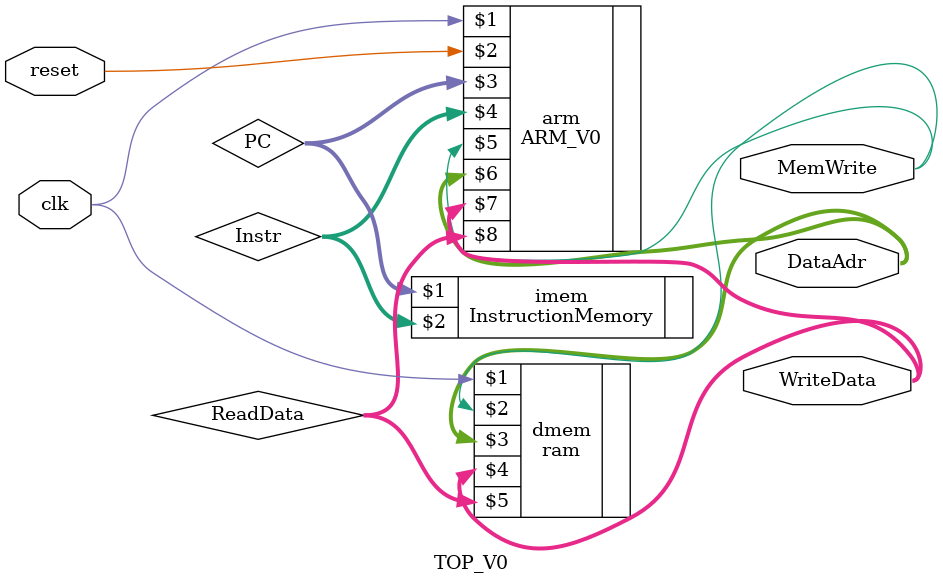
<source format=sv>
/*Módulo top para probar el ORR*/

module TOP_V0(input logic clk, reset,
				  output logic [31:0] WriteData, DataAdr,
              output logic MemWrite);

				  
logic [31:0] PC, Instr, ReadData;



// Se instancia el procesador y las memorias

/*

ARM_V0(input logic clk, reset,
output logic [31:0] PC,
input logic [31:0] Instr,
output logic MemWrite,
output logic [31:0] ALUResult, WriteData,
input logic [31:0] ReadData);			  

*/

ARM_V0 arm(clk, reset, PC, Instr, MemWrite, DataAdr,WriteData, ReadData);
/*
module InstructionMemory #(parameter bus=32, parameter memorySize = 1024*4, parameter inputFile="instructions.txt")
	(input logic [bus-1:0] address, input logic clk, reset, output logic [bus-1:0] data);
*/

//Chequear que tan conveniente es resetear la memoria.

InstructionMemory imem(PC,Instr);

/*

module ram#(parameter M = 32)
				(  input logic   clk, we,
					input logic   [N-1:0] a,wd
					output logic  [M-1:0] rd);

*/

ram dmem(clk, MemWrite, DataAdr, WriteData, ReadData);



endmodule 
</source>
